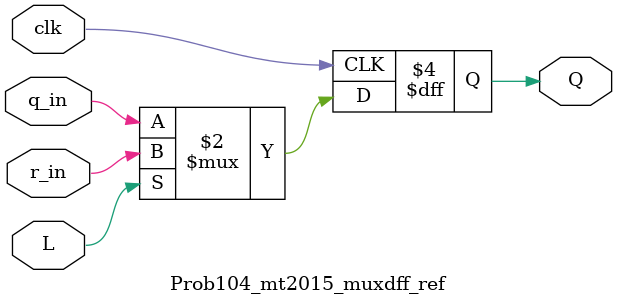
<source format=sv>

module Prob104_mt2015_muxdff_ref (
  input clk,
  input L,
  input q_in,
  input r_in,
  output reg Q
);

  initial Q=0;
  always @(posedge clk)
    Q <= L ? r_in : q_in;

endmodule


</source>
